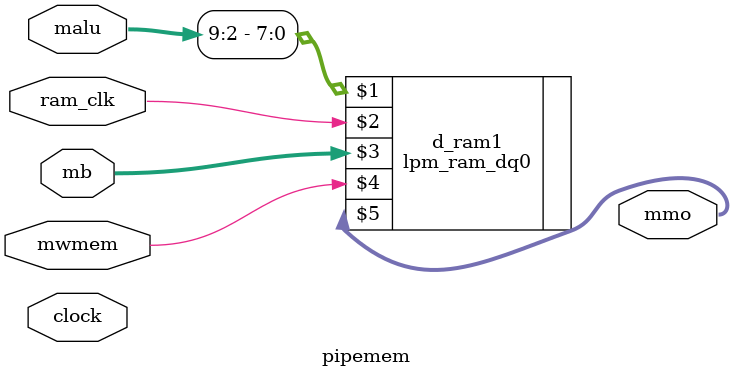
<source format=v>
module pipemem( mwmem,malu,mb,clock,ram_clk,mmo);

   input         mwmem;
   input  [31:0] malu,mb;
   input         clock,ram_clk;

   output [31:0] mmo;

// wire mwmem_clock;
// assign mwmem_clock = mwmem & (~clock) ;

   lpm_ram_dq0 d_ram1(malu[9:2],ram_clk,mb,mwmem,mmo);

endmodule

</source>
